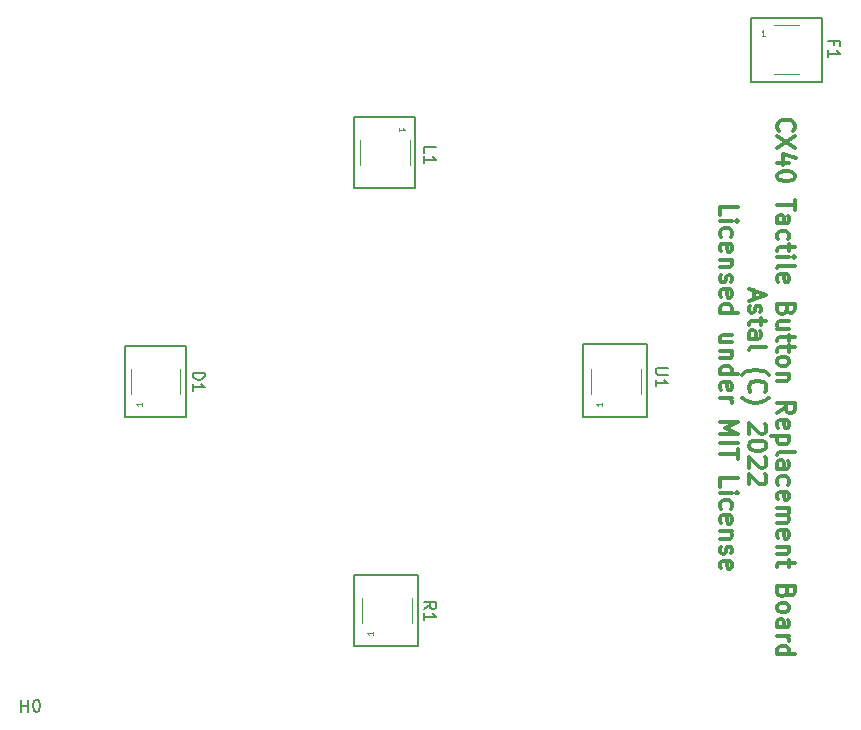
<source format=gbr>
%TF.GenerationSoftware,KiCad,Pcbnew,6.0.2+dfsg-1*%
%TF.CreationDate,2022-10-25T21:13:59-07:00*%
%TF.ProjectId,CX40-Replacement,43583430-2d52-4657-906c-6163656d656e,rev?*%
%TF.SameCoordinates,Original*%
%TF.FileFunction,Legend,Top*%
%TF.FilePolarity,Positive*%
%FSLAX46Y46*%
G04 Gerber Fmt 4.6, Leading zero omitted, Abs format (unit mm)*
G04 Created by KiCad (PCBNEW 6.0.2+dfsg-1) date 2022-10-25 21:13:59*
%MOMM*%
%LPD*%
G01*
G04 APERTURE LIST*
%ADD10C,0.150000*%
%ADD11C,0.300000*%
%ADD12C,0.125000*%
%ADD13C,0.120000*%
G04 APERTURE END LIST*
D10*
X181000000Y-77200000D02*
X187000000Y-77200000D01*
X187000000Y-77200000D02*
X187000000Y-82600000D01*
X187000000Y-82600000D02*
X181000000Y-82600000D01*
X181000000Y-82600000D02*
X181000000Y-77200000D01*
X152600000Y-91600000D02*
X147400000Y-91600000D01*
X147400000Y-91600000D02*
X147400000Y-85600000D01*
X147400000Y-85600000D02*
X152600000Y-85600000D01*
X152600000Y-85600000D02*
X152600000Y-91600000D01*
X128000000Y-105000000D02*
X133200000Y-105000000D01*
X133200000Y-105000000D02*
X133200000Y-111000000D01*
X133200000Y-111000000D02*
X128000000Y-111000000D01*
X128000000Y-111000000D02*
X128000000Y-105000000D01*
X147400000Y-124400000D02*
X152800000Y-124400000D01*
X152800000Y-124400000D02*
X152800000Y-130400000D01*
X152800000Y-130400000D02*
X147400000Y-130400000D01*
X147400000Y-130400000D02*
X147400000Y-124400000D01*
X166800000Y-104800000D02*
X172200000Y-104800000D01*
X172200000Y-104800000D02*
X172200000Y-111000000D01*
X172200000Y-111000000D02*
X166800000Y-111000000D01*
X166800000Y-111000000D02*
X166800000Y-104800000D01*
D11*
X183379285Y-86749999D02*
X183307857Y-86678571D01*
X183236428Y-86464285D01*
X183236428Y-86321428D01*
X183307857Y-86107142D01*
X183450714Y-85964285D01*
X183593571Y-85892857D01*
X183879285Y-85821428D01*
X184093571Y-85821428D01*
X184379285Y-85892857D01*
X184522142Y-85964285D01*
X184665000Y-86107142D01*
X184736428Y-86321428D01*
X184736428Y-86464285D01*
X184665000Y-86678571D01*
X184593571Y-86749999D01*
X184736428Y-87249999D02*
X183236428Y-88249999D01*
X184736428Y-88249999D02*
X183236428Y-87249999D01*
X184236428Y-89464285D02*
X183236428Y-89464285D01*
X184807857Y-89107142D02*
X183736428Y-88749999D01*
X183736428Y-89678571D01*
X184736428Y-90535714D02*
X184736428Y-90678571D01*
X184665000Y-90821428D01*
X184593571Y-90892857D01*
X184450714Y-90964285D01*
X184165000Y-91035714D01*
X183807857Y-91035714D01*
X183522142Y-90964285D01*
X183379285Y-90892857D01*
X183307857Y-90821428D01*
X183236428Y-90678571D01*
X183236428Y-90535714D01*
X183307857Y-90392857D01*
X183379285Y-90321428D01*
X183522142Y-90249999D01*
X183807857Y-90178571D01*
X184165000Y-90178571D01*
X184450714Y-90249999D01*
X184593571Y-90321428D01*
X184665000Y-90392857D01*
X184736428Y-90535714D01*
X184736428Y-92607142D02*
X184736428Y-93464285D01*
X183236428Y-93035714D02*
X184736428Y-93035714D01*
X183236428Y-94607142D02*
X184022142Y-94607142D01*
X184165000Y-94535714D01*
X184236428Y-94392857D01*
X184236428Y-94107142D01*
X184165000Y-93964285D01*
X183307857Y-94607142D02*
X183236428Y-94464285D01*
X183236428Y-94107142D01*
X183307857Y-93964285D01*
X183450714Y-93892857D01*
X183593571Y-93892857D01*
X183736428Y-93964285D01*
X183807857Y-94107142D01*
X183807857Y-94464285D01*
X183879285Y-94607142D01*
X183307857Y-95964285D02*
X183236428Y-95821428D01*
X183236428Y-95535714D01*
X183307857Y-95392857D01*
X183379285Y-95321428D01*
X183522142Y-95249999D01*
X183950714Y-95249999D01*
X184093571Y-95321428D01*
X184165000Y-95392857D01*
X184236428Y-95535714D01*
X184236428Y-95821428D01*
X184165000Y-95964285D01*
X184236428Y-96392857D02*
X184236428Y-96964285D01*
X184736428Y-96607142D02*
X183450714Y-96607142D01*
X183307857Y-96678571D01*
X183236428Y-96821428D01*
X183236428Y-96964285D01*
X183236428Y-97464285D02*
X184236428Y-97464285D01*
X184736428Y-97464285D02*
X184665000Y-97392857D01*
X184593571Y-97464285D01*
X184665000Y-97535714D01*
X184736428Y-97464285D01*
X184593571Y-97464285D01*
X183236428Y-98392857D02*
X183307857Y-98249999D01*
X183450714Y-98178571D01*
X184736428Y-98178571D01*
X183307857Y-99535714D02*
X183236428Y-99392857D01*
X183236428Y-99107142D01*
X183307857Y-98964285D01*
X183450714Y-98892857D01*
X184022142Y-98892857D01*
X184165000Y-98964285D01*
X184236428Y-99107142D01*
X184236428Y-99392857D01*
X184165000Y-99535714D01*
X184022142Y-99607142D01*
X183879285Y-99607142D01*
X183736428Y-98892857D01*
X184022142Y-101892857D02*
X183950714Y-102107142D01*
X183879285Y-102178571D01*
X183736428Y-102249999D01*
X183522142Y-102249999D01*
X183379285Y-102178571D01*
X183307857Y-102107142D01*
X183236428Y-101964285D01*
X183236428Y-101392857D01*
X184736428Y-101392857D01*
X184736428Y-101892857D01*
X184665000Y-102035714D01*
X184593571Y-102107142D01*
X184450714Y-102178571D01*
X184307857Y-102178571D01*
X184165000Y-102107142D01*
X184093571Y-102035714D01*
X184022142Y-101892857D01*
X184022142Y-101392857D01*
X184236428Y-103535714D02*
X183236428Y-103535714D01*
X184236428Y-102892857D02*
X183450714Y-102892857D01*
X183307857Y-102964285D01*
X183236428Y-103107142D01*
X183236428Y-103321428D01*
X183307857Y-103464285D01*
X183379285Y-103535714D01*
X184236428Y-104035714D02*
X184236428Y-104607142D01*
X184736428Y-104249999D02*
X183450714Y-104249999D01*
X183307857Y-104321428D01*
X183236428Y-104464285D01*
X183236428Y-104607142D01*
X184236428Y-104892857D02*
X184236428Y-105464285D01*
X184736428Y-105107142D02*
X183450714Y-105107142D01*
X183307857Y-105178571D01*
X183236428Y-105321428D01*
X183236428Y-105464285D01*
X183236428Y-106178571D02*
X183307857Y-106035714D01*
X183379285Y-105964285D01*
X183522142Y-105892857D01*
X183950714Y-105892857D01*
X184093571Y-105964285D01*
X184165000Y-106035714D01*
X184236428Y-106178571D01*
X184236428Y-106392857D01*
X184165000Y-106535714D01*
X184093571Y-106607142D01*
X183950714Y-106678571D01*
X183522142Y-106678571D01*
X183379285Y-106607142D01*
X183307857Y-106535714D01*
X183236428Y-106392857D01*
X183236428Y-106178571D01*
X184236428Y-107321428D02*
X183236428Y-107321428D01*
X184093571Y-107321428D02*
X184165000Y-107392857D01*
X184236428Y-107535714D01*
X184236428Y-107750000D01*
X184165000Y-107892857D01*
X184022142Y-107964285D01*
X183236428Y-107964285D01*
X183236428Y-110678571D02*
X183950714Y-110178571D01*
X183236428Y-109821428D02*
X184736428Y-109821428D01*
X184736428Y-110392857D01*
X184665000Y-110535714D01*
X184593571Y-110607142D01*
X184450714Y-110678571D01*
X184236428Y-110678571D01*
X184093571Y-110607142D01*
X184022142Y-110535714D01*
X183950714Y-110392857D01*
X183950714Y-109821428D01*
X183307857Y-111892857D02*
X183236428Y-111750000D01*
X183236428Y-111464285D01*
X183307857Y-111321428D01*
X183450714Y-111250000D01*
X184022142Y-111250000D01*
X184165000Y-111321428D01*
X184236428Y-111464285D01*
X184236428Y-111750000D01*
X184165000Y-111892857D01*
X184022142Y-111964285D01*
X183879285Y-111964285D01*
X183736428Y-111250000D01*
X184236428Y-112607142D02*
X182736428Y-112607142D01*
X184165000Y-112607142D02*
X184236428Y-112750000D01*
X184236428Y-113035714D01*
X184165000Y-113178571D01*
X184093571Y-113250000D01*
X183950714Y-113321428D01*
X183522142Y-113321428D01*
X183379285Y-113250000D01*
X183307857Y-113178571D01*
X183236428Y-113035714D01*
X183236428Y-112750000D01*
X183307857Y-112607142D01*
X183236428Y-114178571D02*
X183307857Y-114035714D01*
X183450714Y-113964285D01*
X184736428Y-113964285D01*
X183236428Y-115392857D02*
X184022142Y-115392857D01*
X184165000Y-115321428D01*
X184236428Y-115178571D01*
X184236428Y-114892857D01*
X184165000Y-114750000D01*
X183307857Y-115392857D02*
X183236428Y-115250000D01*
X183236428Y-114892857D01*
X183307857Y-114750000D01*
X183450714Y-114678571D01*
X183593571Y-114678571D01*
X183736428Y-114750000D01*
X183807857Y-114892857D01*
X183807857Y-115250000D01*
X183879285Y-115392857D01*
X183307857Y-116750000D02*
X183236428Y-116607142D01*
X183236428Y-116321428D01*
X183307857Y-116178571D01*
X183379285Y-116107142D01*
X183522142Y-116035714D01*
X183950714Y-116035714D01*
X184093571Y-116107142D01*
X184165000Y-116178571D01*
X184236428Y-116321428D01*
X184236428Y-116607142D01*
X184165000Y-116750000D01*
X183307857Y-117964285D02*
X183236428Y-117821428D01*
X183236428Y-117535714D01*
X183307857Y-117392857D01*
X183450714Y-117321428D01*
X184022142Y-117321428D01*
X184165000Y-117392857D01*
X184236428Y-117535714D01*
X184236428Y-117821428D01*
X184165000Y-117964285D01*
X184022142Y-118035714D01*
X183879285Y-118035714D01*
X183736428Y-117321428D01*
X183236428Y-118678571D02*
X184236428Y-118678571D01*
X184093571Y-118678571D02*
X184165000Y-118750000D01*
X184236428Y-118892857D01*
X184236428Y-119107142D01*
X184165000Y-119250000D01*
X184022142Y-119321428D01*
X183236428Y-119321428D01*
X184022142Y-119321428D02*
X184165000Y-119392857D01*
X184236428Y-119535714D01*
X184236428Y-119750000D01*
X184165000Y-119892857D01*
X184022142Y-119964285D01*
X183236428Y-119964285D01*
X183307857Y-121250000D02*
X183236428Y-121107142D01*
X183236428Y-120821428D01*
X183307857Y-120678571D01*
X183450714Y-120607142D01*
X184022142Y-120607142D01*
X184165000Y-120678571D01*
X184236428Y-120821428D01*
X184236428Y-121107142D01*
X184165000Y-121250000D01*
X184022142Y-121321428D01*
X183879285Y-121321428D01*
X183736428Y-120607142D01*
X184236428Y-121964285D02*
X183236428Y-121964285D01*
X184093571Y-121964285D02*
X184165000Y-122035714D01*
X184236428Y-122178571D01*
X184236428Y-122392857D01*
X184165000Y-122535714D01*
X184022142Y-122607142D01*
X183236428Y-122607142D01*
X184236428Y-123107142D02*
X184236428Y-123678571D01*
X184736428Y-123321428D02*
X183450714Y-123321428D01*
X183307857Y-123392857D01*
X183236428Y-123535714D01*
X183236428Y-123678571D01*
X184022142Y-125821428D02*
X183950714Y-126035714D01*
X183879285Y-126107142D01*
X183736428Y-126178571D01*
X183522142Y-126178571D01*
X183379285Y-126107142D01*
X183307857Y-126035714D01*
X183236428Y-125892857D01*
X183236428Y-125321428D01*
X184736428Y-125321428D01*
X184736428Y-125821428D01*
X184665000Y-125964285D01*
X184593571Y-126035714D01*
X184450714Y-126107142D01*
X184307857Y-126107142D01*
X184165000Y-126035714D01*
X184093571Y-125964285D01*
X184022142Y-125821428D01*
X184022142Y-125321428D01*
X183236428Y-127035714D02*
X183307857Y-126892857D01*
X183379285Y-126821428D01*
X183522142Y-126750000D01*
X183950714Y-126750000D01*
X184093571Y-126821428D01*
X184165000Y-126892857D01*
X184236428Y-127035714D01*
X184236428Y-127250000D01*
X184165000Y-127392857D01*
X184093571Y-127464285D01*
X183950714Y-127535714D01*
X183522142Y-127535714D01*
X183379285Y-127464285D01*
X183307857Y-127392857D01*
X183236428Y-127250000D01*
X183236428Y-127035714D01*
X183236428Y-128821428D02*
X184022142Y-128821428D01*
X184165000Y-128750000D01*
X184236428Y-128607142D01*
X184236428Y-128321428D01*
X184165000Y-128178571D01*
X183307857Y-128821428D02*
X183236428Y-128678571D01*
X183236428Y-128321428D01*
X183307857Y-128178571D01*
X183450714Y-128107142D01*
X183593571Y-128107142D01*
X183736428Y-128178571D01*
X183807857Y-128321428D01*
X183807857Y-128678571D01*
X183879285Y-128821428D01*
X183236428Y-129535714D02*
X184236428Y-129535714D01*
X183950714Y-129535714D02*
X184093571Y-129607142D01*
X184165000Y-129678571D01*
X184236428Y-129821428D01*
X184236428Y-129964285D01*
X183236428Y-131107142D02*
X184736428Y-131107142D01*
X183307857Y-131107142D02*
X183236428Y-130964285D01*
X183236428Y-130678571D01*
X183307857Y-130535714D01*
X183379285Y-130464285D01*
X183522142Y-130392857D01*
X183950714Y-130392857D01*
X184093571Y-130464285D01*
X184165000Y-130535714D01*
X184236428Y-130678571D01*
X184236428Y-130964285D01*
X184165000Y-131107142D01*
X181250000Y-100285714D02*
X181250000Y-101000000D01*
X180821428Y-100142857D02*
X182321428Y-100642857D01*
X180821428Y-101142857D01*
X180892857Y-101571428D02*
X180821428Y-101714285D01*
X180821428Y-102000000D01*
X180892857Y-102142857D01*
X181035714Y-102214285D01*
X181107142Y-102214285D01*
X181250000Y-102142857D01*
X181321428Y-102000000D01*
X181321428Y-101785714D01*
X181392857Y-101642857D01*
X181535714Y-101571428D01*
X181607142Y-101571428D01*
X181750000Y-101642857D01*
X181821428Y-101785714D01*
X181821428Y-102000000D01*
X181750000Y-102142857D01*
X181821428Y-102642857D02*
X181821428Y-103214285D01*
X182321428Y-102857142D02*
X181035714Y-102857142D01*
X180892857Y-102928571D01*
X180821428Y-103071428D01*
X180821428Y-103214285D01*
X180821428Y-104357142D02*
X181607142Y-104357142D01*
X181750000Y-104285714D01*
X181821428Y-104142857D01*
X181821428Y-103857142D01*
X181750000Y-103714285D01*
X180892857Y-104357142D02*
X180821428Y-104214285D01*
X180821428Y-103857142D01*
X180892857Y-103714285D01*
X181035714Y-103642857D01*
X181178571Y-103642857D01*
X181321428Y-103714285D01*
X181392857Y-103857142D01*
X181392857Y-104214285D01*
X181464285Y-104357142D01*
X180821428Y-105285714D02*
X180892857Y-105142857D01*
X181035714Y-105071428D01*
X182321428Y-105071428D01*
X180250000Y-107428571D02*
X180321428Y-107357142D01*
X180535714Y-107214285D01*
X180678571Y-107142857D01*
X180892857Y-107071428D01*
X181250000Y-107000000D01*
X181535714Y-107000000D01*
X181892857Y-107071428D01*
X182107142Y-107142857D01*
X182250000Y-107214285D01*
X182464285Y-107357142D01*
X182535714Y-107428571D01*
X180964285Y-108857142D02*
X180892857Y-108785714D01*
X180821428Y-108571428D01*
X180821428Y-108428571D01*
X180892857Y-108214285D01*
X181035714Y-108071428D01*
X181178571Y-108000000D01*
X181464285Y-107928571D01*
X181678571Y-107928571D01*
X181964285Y-108000000D01*
X182107142Y-108071428D01*
X182250000Y-108214285D01*
X182321428Y-108428571D01*
X182321428Y-108571428D01*
X182250000Y-108785714D01*
X182178571Y-108857142D01*
X180250000Y-109357142D02*
X180321428Y-109428571D01*
X180535714Y-109571428D01*
X180678571Y-109642857D01*
X180892857Y-109714285D01*
X181250000Y-109785714D01*
X181535714Y-109785714D01*
X181892857Y-109714285D01*
X182107142Y-109642857D01*
X182250000Y-109571428D01*
X182464285Y-109428571D01*
X182535714Y-109357142D01*
X182178571Y-111571428D02*
X182250000Y-111642857D01*
X182321428Y-111785714D01*
X182321428Y-112142857D01*
X182250000Y-112285714D01*
X182178571Y-112357142D01*
X182035714Y-112428571D01*
X181892857Y-112428571D01*
X181678571Y-112357142D01*
X180821428Y-111500000D01*
X180821428Y-112428571D01*
X182321428Y-113357142D02*
X182321428Y-113500000D01*
X182250000Y-113642857D01*
X182178571Y-113714285D01*
X182035714Y-113785714D01*
X181750000Y-113857142D01*
X181392857Y-113857142D01*
X181107142Y-113785714D01*
X180964285Y-113714285D01*
X180892857Y-113642857D01*
X180821428Y-113500000D01*
X180821428Y-113357142D01*
X180892857Y-113214285D01*
X180964285Y-113142857D01*
X181107142Y-113071428D01*
X181392857Y-113000000D01*
X181750000Y-113000000D01*
X182035714Y-113071428D01*
X182178571Y-113142857D01*
X182250000Y-113214285D01*
X182321428Y-113357142D01*
X182178571Y-114428571D02*
X182250000Y-114500000D01*
X182321428Y-114642857D01*
X182321428Y-115000000D01*
X182250000Y-115142857D01*
X182178571Y-115214285D01*
X182035714Y-115285714D01*
X181892857Y-115285714D01*
X181678571Y-115214285D01*
X180821428Y-114357142D01*
X180821428Y-115285714D01*
X182178571Y-115857142D02*
X182250000Y-115928571D01*
X182321428Y-116071428D01*
X182321428Y-116428571D01*
X182250000Y-116571428D01*
X182178571Y-116642857D01*
X182035714Y-116714285D01*
X181892857Y-116714285D01*
X181678571Y-116642857D01*
X180821428Y-115785714D01*
X180821428Y-116714285D01*
X178406428Y-93892857D02*
X178406428Y-93178571D01*
X179906428Y-93178571D01*
X178406428Y-94392857D02*
X179406428Y-94392857D01*
X179906428Y-94392857D02*
X179835000Y-94321428D01*
X179763571Y-94392857D01*
X179835000Y-94464285D01*
X179906428Y-94392857D01*
X179763571Y-94392857D01*
X178477857Y-95750000D02*
X178406428Y-95607142D01*
X178406428Y-95321428D01*
X178477857Y-95178571D01*
X178549285Y-95107142D01*
X178692142Y-95035714D01*
X179120714Y-95035714D01*
X179263571Y-95107142D01*
X179335000Y-95178571D01*
X179406428Y-95321428D01*
X179406428Y-95607142D01*
X179335000Y-95750000D01*
X178477857Y-96964285D02*
X178406428Y-96821428D01*
X178406428Y-96535714D01*
X178477857Y-96392857D01*
X178620714Y-96321428D01*
X179192142Y-96321428D01*
X179335000Y-96392857D01*
X179406428Y-96535714D01*
X179406428Y-96821428D01*
X179335000Y-96964285D01*
X179192142Y-97035714D01*
X179049285Y-97035714D01*
X178906428Y-96321428D01*
X179406428Y-97678571D02*
X178406428Y-97678571D01*
X179263571Y-97678571D02*
X179335000Y-97750000D01*
X179406428Y-97892857D01*
X179406428Y-98107142D01*
X179335000Y-98250000D01*
X179192142Y-98321428D01*
X178406428Y-98321428D01*
X178477857Y-98964285D02*
X178406428Y-99107142D01*
X178406428Y-99392857D01*
X178477857Y-99535714D01*
X178620714Y-99607142D01*
X178692142Y-99607142D01*
X178835000Y-99535714D01*
X178906428Y-99392857D01*
X178906428Y-99178571D01*
X178977857Y-99035714D01*
X179120714Y-98964285D01*
X179192142Y-98964285D01*
X179335000Y-99035714D01*
X179406428Y-99178571D01*
X179406428Y-99392857D01*
X179335000Y-99535714D01*
X178477857Y-100821428D02*
X178406428Y-100678571D01*
X178406428Y-100392857D01*
X178477857Y-100250000D01*
X178620714Y-100178571D01*
X179192142Y-100178571D01*
X179335000Y-100250000D01*
X179406428Y-100392857D01*
X179406428Y-100678571D01*
X179335000Y-100821428D01*
X179192142Y-100892857D01*
X179049285Y-100892857D01*
X178906428Y-100178571D01*
X178406428Y-102178571D02*
X179906428Y-102178571D01*
X178477857Y-102178571D02*
X178406428Y-102035714D01*
X178406428Y-101750000D01*
X178477857Y-101607142D01*
X178549285Y-101535714D01*
X178692142Y-101464285D01*
X179120714Y-101464285D01*
X179263571Y-101535714D01*
X179335000Y-101607142D01*
X179406428Y-101750000D01*
X179406428Y-102035714D01*
X179335000Y-102178571D01*
X179406428Y-104678571D02*
X178406428Y-104678571D01*
X179406428Y-104035714D02*
X178620714Y-104035714D01*
X178477857Y-104107142D01*
X178406428Y-104250000D01*
X178406428Y-104464285D01*
X178477857Y-104607142D01*
X178549285Y-104678571D01*
X179406428Y-105392857D02*
X178406428Y-105392857D01*
X179263571Y-105392857D02*
X179335000Y-105464285D01*
X179406428Y-105607142D01*
X179406428Y-105821428D01*
X179335000Y-105964285D01*
X179192142Y-106035714D01*
X178406428Y-106035714D01*
X178406428Y-107392857D02*
X179906428Y-107392857D01*
X178477857Y-107392857D02*
X178406428Y-107250000D01*
X178406428Y-106964285D01*
X178477857Y-106821428D01*
X178549285Y-106750000D01*
X178692142Y-106678571D01*
X179120714Y-106678571D01*
X179263571Y-106750000D01*
X179335000Y-106821428D01*
X179406428Y-106964285D01*
X179406428Y-107250000D01*
X179335000Y-107392857D01*
X178477857Y-108678571D02*
X178406428Y-108535714D01*
X178406428Y-108250000D01*
X178477857Y-108107142D01*
X178620714Y-108035714D01*
X179192142Y-108035714D01*
X179335000Y-108107142D01*
X179406428Y-108250000D01*
X179406428Y-108535714D01*
X179335000Y-108678571D01*
X179192142Y-108750000D01*
X179049285Y-108750000D01*
X178906428Y-108035714D01*
X178406428Y-109392857D02*
X179406428Y-109392857D01*
X179120714Y-109392857D02*
X179263571Y-109464285D01*
X179335000Y-109535714D01*
X179406428Y-109678571D01*
X179406428Y-109821428D01*
X178406428Y-111464285D02*
X179906428Y-111464285D01*
X178835000Y-111964285D01*
X179906428Y-112464285D01*
X178406428Y-112464285D01*
X178406428Y-113178571D02*
X179906428Y-113178571D01*
X179906428Y-113678571D02*
X179906428Y-114535714D01*
X178406428Y-114107142D02*
X179906428Y-114107142D01*
X178406428Y-116892857D02*
X178406428Y-116178571D01*
X179906428Y-116178571D01*
X178406428Y-117392857D02*
X179406428Y-117392857D01*
X179906428Y-117392857D02*
X179835000Y-117321428D01*
X179763571Y-117392857D01*
X179835000Y-117464285D01*
X179906428Y-117392857D01*
X179763571Y-117392857D01*
X178477857Y-118750000D02*
X178406428Y-118607142D01*
X178406428Y-118321428D01*
X178477857Y-118178571D01*
X178549285Y-118107142D01*
X178692142Y-118035714D01*
X179120714Y-118035714D01*
X179263571Y-118107142D01*
X179335000Y-118178571D01*
X179406428Y-118321428D01*
X179406428Y-118607142D01*
X179335000Y-118750000D01*
X178477857Y-119964285D02*
X178406428Y-119821428D01*
X178406428Y-119535714D01*
X178477857Y-119392857D01*
X178620714Y-119321428D01*
X179192142Y-119321428D01*
X179335000Y-119392857D01*
X179406428Y-119535714D01*
X179406428Y-119821428D01*
X179335000Y-119964285D01*
X179192142Y-120035714D01*
X179049285Y-120035714D01*
X178906428Y-119321428D01*
X179406428Y-120678571D02*
X178406428Y-120678571D01*
X179263571Y-120678571D02*
X179335000Y-120750000D01*
X179406428Y-120892857D01*
X179406428Y-121107142D01*
X179335000Y-121250000D01*
X179192142Y-121321428D01*
X178406428Y-121321428D01*
X178477857Y-121964285D02*
X178406428Y-122107142D01*
X178406428Y-122392857D01*
X178477857Y-122535714D01*
X178620714Y-122607142D01*
X178692142Y-122607142D01*
X178835000Y-122535714D01*
X178906428Y-122392857D01*
X178906428Y-122178571D01*
X178977857Y-122035714D01*
X179120714Y-121964285D01*
X179192142Y-121964285D01*
X179335000Y-122035714D01*
X179406428Y-122178571D01*
X179406428Y-122392857D01*
X179335000Y-122535714D01*
X178477857Y-123821428D02*
X178406428Y-123678571D01*
X178406428Y-123392857D01*
X178477857Y-123250000D01*
X178620714Y-123178571D01*
X179192142Y-123178571D01*
X179335000Y-123250000D01*
X179406428Y-123392857D01*
X179406428Y-123678571D01*
X179335000Y-123821428D01*
X179192142Y-123892857D01*
X179049285Y-123892857D01*
X178906428Y-123178571D01*
D10*
%TO.C,L1*%
X153347619Y-88633333D02*
X153347619Y-88157142D01*
X154347619Y-88157142D01*
X153347619Y-89490476D02*
X153347619Y-88919047D01*
X153347619Y-89204761D02*
X154347619Y-89204761D01*
X154204761Y-89109523D01*
X154109523Y-89014285D01*
X154061904Y-88919047D01*
D12*
X151173809Y-86817857D02*
X151173809Y-86532142D01*
X151173809Y-86675000D02*
X151673809Y-86675000D01*
X151602380Y-86627380D01*
X151554761Y-86579761D01*
X151530952Y-86532142D01*
D10*
%TO.C,U1*%
X173947619Y-106838095D02*
X173138095Y-106838095D01*
X173042857Y-106885714D01*
X172995238Y-106933333D01*
X172947619Y-107028571D01*
X172947619Y-107219047D01*
X172995238Y-107314285D01*
X173042857Y-107361904D01*
X173138095Y-107409523D01*
X173947619Y-107409523D01*
X172947619Y-108409523D02*
X172947619Y-107838095D01*
X172947619Y-108123809D02*
X173947619Y-108123809D01*
X173804761Y-108028571D01*
X173709523Y-107933333D01*
X173661904Y-107838095D01*
D12*
X168426190Y-109782142D02*
X168426190Y-110067857D01*
X168426190Y-109925000D02*
X167926190Y-109925000D01*
X167997619Y-109972619D01*
X168045238Y-110020238D01*
X168069047Y-110067857D01*
D10*
%TO.C,H0*%
X119238095Y-135952380D02*
X119238095Y-134952380D01*
X119238095Y-135428571D02*
X119809523Y-135428571D01*
X119809523Y-135952380D02*
X119809523Y-134952380D01*
X120476190Y-134952380D02*
X120571428Y-134952380D01*
X120666666Y-135000000D01*
X120714285Y-135047619D01*
X120761904Y-135142857D01*
X120809523Y-135333333D01*
X120809523Y-135571428D01*
X120761904Y-135761904D01*
X120714285Y-135857142D01*
X120666666Y-135904761D01*
X120571428Y-135952380D01*
X120476190Y-135952380D01*
X120380952Y-135904761D01*
X120333333Y-135857142D01*
X120285714Y-135761904D01*
X120238095Y-135571428D01*
X120238095Y-135333333D01*
X120285714Y-135142857D01*
X120333333Y-135047619D01*
X120380952Y-135000000D01*
X120476190Y-134952380D01*
%TO.C,F1*%
X188071428Y-79466666D02*
X188071428Y-79133333D01*
X187547619Y-79133333D02*
X188547619Y-79133333D01*
X188547619Y-79609523D01*
X187547619Y-80514285D02*
X187547619Y-79942857D01*
X187547619Y-80228571D02*
X188547619Y-80228571D01*
X188404761Y-80133333D01*
X188309523Y-80038095D01*
X188261904Y-79942857D01*
D12*
X182192857Y-78726190D02*
X181907142Y-78726190D01*
X182050000Y-78726190D02*
X182050000Y-78226190D01*
X182002380Y-78297619D01*
X181954761Y-78345238D01*
X181907142Y-78369047D01*
D10*
%TO.C,D1*%
X133747619Y-107261904D02*
X134747619Y-107261904D01*
X134747619Y-107500000D01*
X134700000Y-107642857D01*
X134604761Y-107738095D01*
X134509523Y-107785714D01*
X134319047Y-107833333D01*
X134176190Y-107833333D01*
X133985714Y-107785714D01*
X133890476Y-107738095D01*
X133795238Y-107642857D01*
X133747619Y-107500000D01*
X133747619Y-107261904D01*
X133747619Y-108785714D02*
X133747619Y-108214285D01*
X133747619Y-108500000D02*
X134747619Y-108500000D01*
X134604761Y-108404761D01*
X134509523Y-108309523D01*
X134461904Y-108214285D01*
D12*
X129426190Y-109782142D02*
X129426190Y-110067857D01*
X129426190Y-109925000D02*
X128926190Y-109925000D01*
X128997619Y-109972619D01*
X129045238Y-110020238D01*
X129069047Y-110067857D01*
D10*
%TO.C,R1*%
X153347619Y-127233333D02*
X153823809Y-126900000D01*
X153347619Y-126661904D02*
X154347619Y-126661904D01*
X154347619Y-127042857D01*
X154300000Y-127138095D01*
X154252380Y-127185714D01*
X154157142Y-127233333D01*
X154014285Y-127233333D01*
X153919047Y-127185714D01*
X153871428Y-127138095D01*
X153823809Y-127042857D01*
X153823809Y-126661904D01*
X153347619Y-128185714D02*
X153347619Y-127614285D01*
X153347619Y-127900000D02*
X154347619Y-127900000D01*
X154204761Y-127804761D01*
X154109523Y-127709523D01*
X154061904Y-127614285D01*
D12*
X149026190Y-129182142D02*
X149026190Y-129467857D01*
X149026190Y-129325000D02*
X148526190Y-129325000D01*
X148597619Y-129372619D01*
X148645238Y-129420238D01*
X148669047Y-129467857D01*
D13*
%TO.C,L1*%
X147900000Y-87575000D02*
X147900000Y-89675000D01*
X152100000Y-87575000D02*
X152100000Y-89675000D01*
%TO.C,U1*%
X167500000Y-109025000D02*
X167500000Y-106925000D01*
X171700000Y-109025000D02*
X171700000Y-106925000D01*
%TO.C,F1*%
X182950000Y-77800000D02*
X185050000Y-77800000D01*
X182950000Y-82000000D02*
X185050000Y-82000000D01*
%TO.C,D1*%
X128500000Y-109025000D02*
X128500000Y-106925000D01*
X132700000Y-109025000D02*
X132700000Y-106925000D01*
%TO.C,R1*%
X148100000Y-128425000D02*
X148100000Y-126325000D01*
X152300000Y-128425000D02*
X152300000Y-126325000D01*
%TD*%
M02*

</source>
